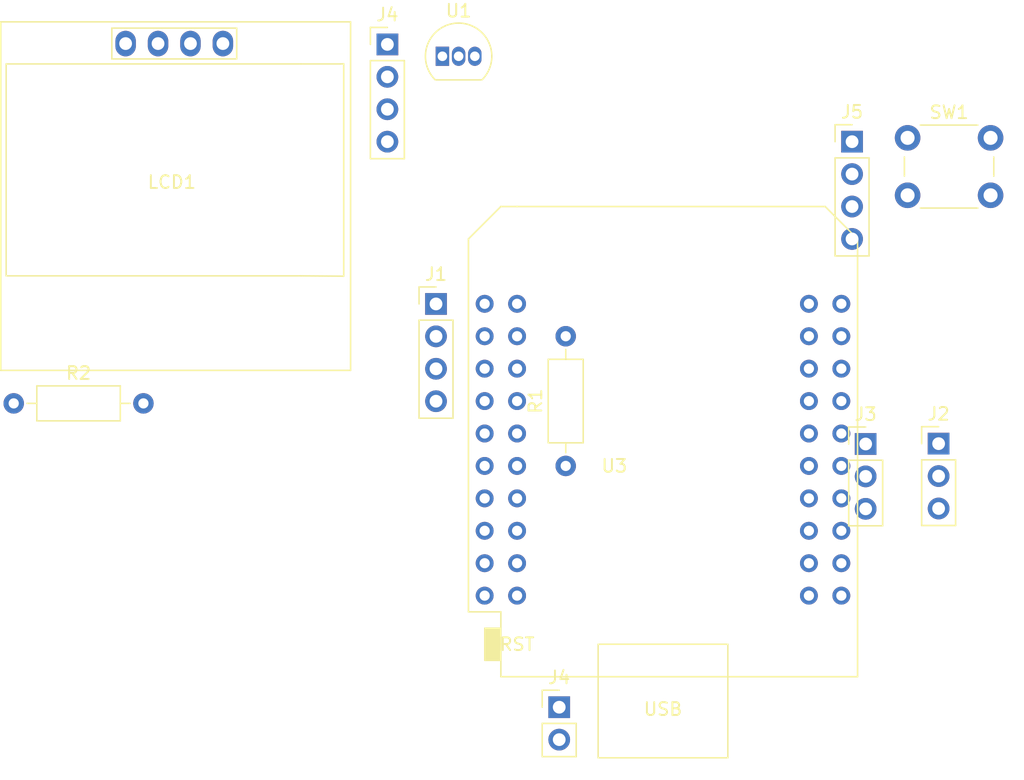
<source format=kicad_pcb>
(kicad_pcb (version 20211014) (generator pcbnew)
  (layers (0 "F.Cu" signal) (31 "B.Cu" signal) (34 "B.Paste" user) (35 "F.Paste" user) (36 "B.SilkS" user "B.Silkscreen") (37 "F.SilkS" user "F.Silkscreen") (38 "B.Mask" user) (39 "F.Mask" user) (44 "Edge.Cuts" user))
  (net 0 "")
  (net 1 "Net-(J1-Pad1)")
  (net 2 "Net-(J1-Pad2)")
  (net 3 "Net-(J1-Pad3)")
  (net 4 "Net-(J1-Pad4)")
  (net 5 "Net-(U3-Pad16)")
  (net 6 "Net-(J2-Pad1)")
  (net 7 "GND")
  (net 8 "Net-(U3-Pad22)")
  (net 9 "Net-(U3-Pad10)")
  (net 10 "Net-(U3-Pad25)")
  (net 11 "Net-(U3-Pad27)")
  (net 12 "Net-(J2-Pad2)")
  (net 34 "Net-(J4-Pad1)")
  (net 42 "Net-(J4-Pad2)")
  (net 43 "Net-(J4-Pad4)")
  (net 44 "Net-(LCD1-Pad4)")
  (net 45 "Net-(LCD1-Pad3)")
  (net 46 "Net-(R2-Pad2)")
  (net 47 "Net-(SW1-Pad1)")
  (footprint "Resistor_THT:R_Axial_DIN0207_L6.3mm_D2.5mm_P10.16mm_Horizontal" (layer "F.Cu") (at 124.46 109.22 90)
    (fp_text reference "R1" (at 5.08 -2.37 90) (layer "F.SilkS"))
    (fp_text value "1kOhm")
    (fp_line (start 8.35 -1.37) (end 1.81 -1.37) (layer "F.SilkS") (width 0.12))
    (fp_line (start 8.35 1.37) (end 8.35 -1.37) (layer "F.SilkS") (width 0.12))
    (fp_line (start 1.81 -1.37) (end 1.81 1.37) (layer "F.SilkS") (width 0.12))
    (fp_line (start 1.04 0) (end 1.81 0) (layer "F.SilkS") (width 0.12))
    (fp_line (start 1.81 1.37) (end 8.35 1.37) (layer "F.SilkS") (width 0.12))
    (fp_line (start 9.12 0) (end 8.35 0) (layer "F.SilkS") (width 0.12))
    (pad "1" thru_hole circle (at 0 0 90) (size 1.6 1.6) (drill 0.8) (layers *.Cu *.Mask) (net 6 "Net-(J2-Pad1)"))
    (pad "2" thru_hole oval (at 10.16 0 90) (size 1.6 1.6) (drill 0.8) (layers *.Cu *.Mask) (net 12 "Net-(J2-Pad2)"))
  )
  (footprint "Connector_PinHeader_2.54mm:PinHeader_1x02_P2.54mm_Vertical" (layer "F.Cu") (at 123.95 128.12)
    (fp_text reference "J4" (at 0 -2.33) (layer "F.SilkS"))
    (fp_text value "SW_DISPLAY_PAGE")
    (fp_line (start -1.33 3.87) (end 1.33 3.87) (layer "F.SilkS") (width 0.12))
    (fp_line (start -1.33 -1.33) (end 0 -1.33) (layer "F.SilkS") (width 0.12))
    (fp_line (start -1.33 1.27) (end -1.33 3.87) (layer "F.SilkS") (width 0.12))
    (fp_line (start -1.33 0) (end -1.33 -1.33) (layer "F.SilkS") (width 0.12))
    (fp_line (start -1.33 1.27) (end 1.33 1.27) (layer "F.SilkS") (width 0.12))
    (fp_line (start 1.33 1.27) (end 1.33 3.87) (layer "F.SilkS") (width 0.12))
    (pad "1" thru_hole rect (at 0 0) (size 1.7 1.7) (drill 1) (layers *.Cu *.Mask) (net 8 "Net-(U3-Pad22)"))
    (pad "2" thru_hole oval (at 0 2.54) (size 1.7 1.7) (drill 1) (layers *.Cu *.Mask) (net 9 "Net-(U3-Pad10)"))
  )
  (footprint "Button_Switch_THT:SW_PUSH_6mm_H4.3mm" (layer "F.Cu") (at 151.24 83.52)
    (fp_text reference "SW1" (at 3.25 -2) (layer "F.SilkS"))
    (fp_text value "SW_WIFI_CONF")
    (fp_line (start 1 5.5) (end 5.5 5.5) (layer "F.SilkS") (width 0.12))
    (fp_line (start -0.25 1.5) (end -0.25 3) (layer "F.SilkS") (width 0.12))
    (fp_line (start 5.5 -1) (end 1 -1) (layer "F.SilkS") (width 0.12))
    (fp_line (start 6.75 3) (end 6.75 1.5) (layer "F.SilkS") (width 0.12))
    (pad "1" thru_hole circle (at 6.5 0 90) (size 2 2) (drill 1.1) (layers *.Cu *.Mask) (net 47 "Net-(SW1-Pad1)"))
    (pad "1" thru_hole circle (at 0 0 90) (size 2 2) (drill 1.1) (layers *.Cu *.Mask) (net 47 "Net-(SW1-Pad1)"))
    (pad "2" thru_hole circle (at 6.5 4.5 90) (size 2 2) (drill 1.1) (layers *.Cu *.Mask) (net 34 "Net-(J4-Pad1)"))
    (pad "2" thru_hole circle (at 0 4.5 90) (size 2 2) (drill 1.1) (layers *.Cu *.Mask) (net 34 "Net-(J4-Pad1)"))
  )
  (footprint "Connector_PinHeader_2.54mm:PinHeader_1x03_P2.54mm_Vertical" (layer "F.Cu") (at 147.955 107.5)
    (fp_text reference "J3" (at 0 -2.33) (layer "F.SilkS"))
    (fp_text value "DS18B20")
    (fp_line (start -1.33 1.27) (end -1.33 6.41) (layer "F.SilkS") (width 0.12))
    (fp_line (start -1.33 -1.33) (end 0 -1.33) (layer "F.SilkS") (width 0.12))
    (fp_line (start -1.33 1.27) (end 1.33 1.27) (layer "F.SilkS") (width 0.12))
    (fp_line (start -1.33 6.41) (end 1.33 6.41) (layer "F.SilkS") (width 0.12))
    (fp_line (start -1.33 0) (end -1.33 -1.33) (layer "F.SilkS") (width 0.12))
    (fp_line (start 1.33 1.27) (end 1.33 6.41) (layer "F.SilkS") (width 0.12))
    (pad "1" thru_hole rect (at 0 0) (size 1.7 1.7) (drill 1) (layers *.Cu *.Mask) (net 6 "Net-(J2-Pad1)"))
    (pad "2" thru_hole oval (at 0 2.54) (size 1.7 1.7) (drill 1) (layers *.Cu *.Mask) (net 12 "Net-(J2-Pad2)"))
    (pad "3" thru_hole oval (at 0 5.08) (size 1.7 1.7) (drill 1) (layers *.Cu *.Mask) (net 7 "GND"))
  )
  (footprint "Package_TO_SOT_THT:TO-92_Inline" (layer "F.Cu") (at 114.8 77.13)
    (fp_text reference "U1" (at 1.27 -3.56) (layer "F.SilkS"))
    (fp_text value "DS18B20")
    (fp_line (start -0.53 1.85) (end 3.07 1.85) (layer "F.SilkS") (width 0.12))
    (fp_arc (start 1.27 -2.6) (mid 3.672087 -0.994977) (end 3.108478 1.838478) (layer "F.SilkS") (width 0.12))
    (fp_arc (start -0.568478 1.838478) (mid -1.132087 -0.994977) (end 1.27 -2.6) (layer "F.SilkS") (width 0.12))
    (pad "1" thru_hole rect (at 0 0) (size 1.05 1.5) (drill 0.75) (layers *.Cu *.Mask) (net 7 "GND"))
    (pad "2" thru_hole oval (at 1.27 0) (size 1.05 1.5) (drill 0.75) (layers *.Cu *.Mask) (net 12 "Net-(J2-Pad2)"))
    (pad "3" thru_hole oval (at 2.54 0) (size 1.05 1.5) (drill 0.75) (layers *.Cu *.Mask) (net 6 "Net-(J2-Pad1)"))
  )
  (footprint "ESP32_mini:ESP32_mini" (layer "F.Cu") (at 132.08 107.95)
    (fp_text reference "U3" (at -3.81 1.27) (layer "F.SilkS"))
    (fp_text value "mini_esp32")
    (fp_text user "RST" (at -11.43 15.24) (layer "F.SilkS"))
    (fp_text user "USB" (at 0 20.32) (layer "F.SilkS"))
    (fp_line (start 5.08 15.24) (end 5.08 17.78) (layer "F.SilkS") (width 0.12))
    (fp_line (start 5.08 24.13) (end 5.08 17.78) (layer "F.SilkS") (width 0.12))
    (fp_line (start -5.08 24.13) (end 5.08 24.13) (layer "F.SilkS") (width 0.12))
    (fp_line (start -5.08 15.24) (end 5.08 15.24) (layer "F.SilkS") (width 0.12))
    (fp_line (start -12.7 17.78) (end 15.24 17.78) (layer "F.SilkS") (width 0.12))
    (fp_line (start -12.7 -19.05) (end -11.43 -19.05) (layer "F.SilkS") (width 0.12))
    (fp_line (start -5.08 17.78) (end -5.08 24.13) (layer "F.SilkS") (width 0.12))
    (fp_line (start -15.24 -16.51) (end -15.24 12.7) (layer "F.SilkS") (width 0.12))
    (fp_line (start -12.7 12.7) (end -12.7 17.78) (layer "F.SilkS") (width 0.12))
    (fp_line (start 15.24 -16.51) (end 15.24 17.78) (layer "F.SilkS") (width 0.12))
    (fp_line (start -12.7 -19.05) (end -15.24 -16.51) (layer "F.SilkS") (width 0.12))
    (fp_line (start 12.7 -19.05) (end -11.43 -19.05) (layer "F.SilkS") (width 0.12))
    (fp_line (start 12.7 -19.05) (end 15.24 -16.51) (layer "F.SilkS") (width 0.12))
    (fp_line (start -5.08 17.78) (end -5.08 15.24) (layer "F.SilkS") (width 0.12))
    (fp_line (start -15.24 12.7) (end -12.7 12.7) (layer "F.SilkS") (width 0.12))
    (fp_poly (pts (xy -13.97 16.51) (xy -13.97 13.97) (xy -12.7 13.97) (xy -12.7 16.51)) (layer "F.SilkS") (width 0.1) (fill solid))
    (pad "1" thru_hole circle locked (at -13.97 -11.43 270) (size 1.4 1.4) (drill 0.8) (layers *.Cu *.Mask))
    (pad "2" thru_hole circle locked (at -11.43 -11.43 270) (size 1.4 1.4) (drill 0.8) (layers *.Cu *.Mask))
    (pad "3" thru_hole circle locked (at -13.97 -8.89 270) (size 1.4 1.4) (drill 0.8) (layers *.Cu *.Mask))
    (pad "4" thru_hole circle locked (at -11.43 -8.89 270) (size 1.4 1.4) (drill 0.8) (layers *.Cu *.Mask))
    (pad "5" thru_hole circle locked (at -13.97 -6.35 270) (size 1.4 1.4) (drill 0.8) (layers *.Cu *.Mask))
    (pad "6" thru_hole circle locked (at -11.43 -6.35 270) (size 1.4 1.4) (drill 0.8) (layers *.Cu *.Mask))
    (pad "7" thru_hole circle locked (at -13.97 -3.81 270) (size 1.4 1.4) (drill 0.8) (layers *.Cu *.Mask))
    (pad "8" thru_hole circle locked (at -11.43 -3.81 270) (size 1.4 1.4) (drill 0.8) (layers *.Cu *.Mask) (net 42 "Net-(J4-Pad2)"))
    (pad "9" thru_hole circle locked (at -13.97 -1.27 270) (size 1.4 1.4) (drill 0.8) (layers *.Cu *.Mask))
    (pad "10" thru_hole circle locked (at -11.43 -1.27 270) (size 1.4 1.4) (drill 0.8) (layers *.Cu *.Mask) (net 46 "Net-(R2-Pad2)"))
    (pad "11" thru_hole circle locked (at -13.97 1.27 270) (size 1.4 1.4) (drill 0.8) (layers *.Cu *.Mask))
    (pad "12" thru_hole circle locked (at -11.43 1.27 270) (size 1.4 1.4) (drill 0.8) (layers *.Cu *.Mask) (net 47 "Net-(SW1-Pad1)"))
    (pad "13" thru_hole circle locked (at -13.97 3.81 270) (size 1.4 1.4) (drill 0.8) (layers *.Cu *.Mask))
    (pad "14" thru_hole circle locked (at -11.43 3.81 270) (size 1.4 1.4) (drill 0.8) (layers *.Cu *.Mask) (net 12 "Net-(J2-Pad2)"))
    (pad "15" thru_hole circle locked (at -13.97 6.35 270) (size 1.4 1.4) (drill 0.8) (layers *.Cu *.Mask))
    (pad "16" thru_hole circle locked (at -11.43 6.35 270) (size 1.4 1.4) (drill 0.8) (layers *.Cu *.Mask) (net 6 "Net-(J2-Pad1)"))
    (pad "17" thru_hole circle locked (at -13.97 8.89 270) (size 1.4 1.4) (drill 0.8) (layers *.Cu *.Mask))
    (pad "18" thru_hole circle locked (at -11.43 8.89 270) (size 1.4 1.4) (drill 0.8) (layers *.Cu *.Mask))
    (pad "19" thru_hole circle locked (at -13.97 11.43 270) (size 1.4 1.4) (drill 0.8) (layers *.Cu *.Mask))
    (pad "20" thru_hole circle locked (at -11.43 11.43 270) (size 1.4 1.4) (drill 0.8) (layers *.Cu *.Mask))
    (pad "21" thru_hole circle locked (at 11.43 -11.43 270) (size 1.4 1.4) (drill 0.8) (layers *.Cu *.Mask))
    (pad "22" thru_hole circle locked (at 13.97 -11.43 270) (size 1.4 1.4) (drill 0.8) (layers *.Cu *.Mask) (net 34 "Net-(J4-Pad1)"))
    (pad "23" thru_hole circle locked (at 11.43 -8.89 270) (size 1.4 1.4) (drill 0.8) (layers *.Cu *.Mask))
    (pad "24" thru_hole circle locked (at 13.97 -8.89 270) (size 1.4 1.4) (drill 0.8) (layers *.Cu *.Mask))
    (pad "25" thru_hole circle locked (at 11.43 -6.35 270) (size 1.4 1.4) (drill 0.8) (layers *.Cu *.Mask) (net 45 "Net-(LCD1-Pad3)"))
    (pad "26" thru_hole circle locked (at 13.97 -6.35 270) (size 1.4 1.4) (drill 0.8) (layers *.Cu *.Mask))
    (pad "27" thru_hole circle locked (at 11.43 -3.81 270) (size 1.4 1.4) (drill 0.8) (layers *.Cu *.Mask) (net 44 "Net-(LCD1-Pad4)"))
    (pad "28" thru_hole circle locked (at 13.97 -3.81 270) (size 1.4 1.4) (drill 0.8) (layers *.Cu *.Mask))
    (pad "29" thru_hole circle locked (at 11.43 -1.27 270) (size 1.4 1.4) (drill 0.8) (layers *.Cu *.Mask) (net 3 "Net-(J1-Pad3)"))
    (pad "30" thru_hole circle locked (at 13.97 -1.27 270) (size 1.4 1.4) (drill 0.8) (layers *.Cu *.Mask))
    (pad "31" thru_hole circle locked (at 11.43 1.27 270) (size 1.4 1.4) (drill 0.8) (layers *.Cu *.Mask) (net 2 "Net-(J1-Pad2)"))
    (pad "32" thru_hole circle locked (at 13.97 1.27 270) (size 1.4 1.4) (drill 0.8) (layers *.Cu *.Mask))
    (pad "33" thru_hole circle locked (at 11.43 3.81 270) (size 1.4 1.4) (drill 0.8) (layers *.Cu *.Mask) (net 4 "Net-(J1-Pad4)"))
    (pad "34" thru_hole circle locked (at 13.97 3.81 270) (size 1.4 1.4) (drill 0.8) (layers *.Cu *.Mask))
    (pad "35" thru_hole circle locked (at 11.43 6.35 270) (size 1.4 1.4) (drill 0.8) (layers *.Cu *.Mask) (net 1 "Net-(J1-Pad1)"))
    (pad "36" thru_hole circle locked (at 13.97 6.35 270) (size 1.4 1.4) (drill 0.8) (layers *.Cu *.Mask))
    (pad "37" thru_hole circle locked (at 11.43 8.89 270) (size 1.4 1.4) (drill 0.8) (layers *.Cu *.Mask))
    (pad "38" thru_hole circle locked (at 13.97 8.89 270) (size 1.4 1.4) (drill 0.8) (layers *.Cu *.Mask))
    (pad "39" thru_hole circle locked (at 11.43 11.43 270) (size 1.4 1.4) (drill 0.8) (layers *.Cu *.Mask))
    (pad "40" thru_hole circle locked (at 13.97 11.43 270) (size 1.4 1.4) (drill 0.8) (layers *.Cu *.Mask))
  )
  (footprint "Resistor_THT:R_Axial_DIN0207_L6.3mm_D2.5mm_P10.16mm_Horizontal" (layer "F.Cu") (at 81.22 104.32)
    (fp_text reference "R2" (at 5.08 -2.37) (layer "F.SilkS"))
    (fp_text value "1kOhm")
    (fp_line (start 9.12 0) (end 8.35 0) (layer "F.SilkS") (width 0.12))
    (fp_line (start 1.81 1.37) (end 8.35 1.37) (layer "F.SilkS") (width 0.12))
    (fp_line (start 8.35 1.37) (end 8.35 -1.37) (layer "F.SilkS") (width 0.12))
    (fp_line (start 8.35 -1.37) (end 1.81 -1.37) (layer "F.SilkS") (width 0.12))
    (fp_line (start 1.81 -1.37) (end 1.81 1.37) (layer "F.SilkS") (width 0.12))
    (fp_line (start 1.04 0) (end 1.81 0) (layer "F.SilkS") (width 0.12))
    (pad "1" thru_hole circle (at 0 0) (size 1.6 1.6) (drill 0.8) (layers *.Cu *.Mask) (net 43 "Net-(J4-Pad4)"))
    (pad "2" thru_hole oval (at 10.16 0) (size 1.6 1.6) (drill 0.8) (layers *.Cu *.Mask) (net 46 "Net-(R2-Pad2)"))
  )
  (footprint "SSD1306:128x64OLED" (layer "F.Cu") (at 93.605 86.735)
    (fp_text reference "LCD1" (at 0 0.254) (layer "F.SilkS"))
    (fp_text value "SSD1306")
    (fp_line (start 14 -12.3) (end 14 15) (layer "F.SilkS") (width 0.12))
    (fp_line (start -4.699 -11.811) (end -4.699 -9.398) (layer "F.SilkS") (width 0.12))
    (fp_line (start -12.978 7.595) (end -12.978 -9.005) (layer "F.SilkS") (width 0.12))
    (fp_line (start 14 15) (end -13.4 15) (layer "F.SilkS") (width 0.12))
    (fp_line (start 5.08 -11.811) (end 5.08 -9.398) (layer "F.SilkS") (width 0.12))
    (fp_line (start -12.978 -9.005) (end 10.122 -9.005) (layer "F.SilkS") (width 0.12))
    (fp_line (start -13.4 -12.3) (end 14 -12.3) (layer "F.SilkS") (width 0.12))
    (fp_line (start 13.462 -9.017) (end 13.208 -9.005) (layer "F.SilkS") (width 0.12))
    (fp_line (start -13.4 15) (end -13.4 -12.3) (layer "F.SilkS") (width 0.12))
    (fp_line (start 13.462 7.62) (end 13.462 -9.017) (layer "F.SilkS") (width 0.12))
    (fp_line (start 10.122 7.595) (end -12.978 7.595) (layer "F.SilkS") (width 0.12))
    (fp_line (start 10.122 -9.005) (end 13.208 -9.005) (layer "F.SilkS") (width 0.12))
    (fp_line (start 5.08 -9.398) (end -4.699 -9.398) (layer "F.SilkS") (width 0.12))
    (fp_line (start -4.699 -11.811) (end 5.08 -11.811) (layer "F.SilkS") (width 0.12))
    (fp_line (start 10.122 7.595) (end 13.462 7.62) (layer "F.SilkS") (width 0.12))
    (pad "1" thru_hole oval locked (at -3.62 -10.6 90) (size 2 1.6) (drill 1) (layers *.Cu *.Mask) (net 34 "Net-(J4-Pad1)"))
    (pad "2" thru_hole oval locked (at -1.08 -10.6 90) (size 2 1.6) (drill 1) (layers *.Cu *.Mask) (net 6 "Net-(J2-Pad1)"))
    (pad "3" thru_hole oval locked (at 1.46 -10.6 90) (size 2 1.6) (drill 1) (layers *.Cu *.Mask) (net 45 "Net-(LCD1-Pad3)"))
    (pad "4" thru_hole oval locked (at 4 -10.6 90) (size 2 1.6) (drill 1) (layers *.Cu *.Mask) (net 44 "Net-(LCD1-Pad4)"))
  )
  (footprint "Connector_PinHeader_2.54mm:PinHeader_1x04_P2.54mm_Vertical" (layer "F.Cu") (at 146.89 83.82)
    (fp_text reference "J5" (at 0 -2.33) (layer "F.SilkS"))
    (fp_text value "DISPLAY I2C")
    (fp_line (start -1.33 8.95) (end 1.33 8.95) (layer "F.SilkS") (width 0.12))
    (fp_line (start -1.33 0) (end -1.33 -1.33) (layer "F.SilkS") (width 0.12))
    (fp_line (start -1.33 1.27) (end -1.33 8.95) (layer "F.SilkS") (width 0.12))
    (fp_line (start -1.33 1.27) (end 1.33 1.27) (layer "F.SilkS") (width 0.12))
    (fp_line (start -1.33 -1.33) (end 0 -1.33) (layer "F.SilkS") (width 0.12))
    (fp_line (start 1.33 1.27) (end 1.33 8.95) (layer "F.SilkS") (width 0.12))
    (pad "1" thru_hole rect (at 0 0) (size 1.7 1.7) (drill 1) (layers *.Cu *.Mask) (net 8 "Net-(U3-Pad22)"))
    (pad "2" thru_hole oval (at 0 2.54) (size 1.7 1.7) (drill 1) (layers *.Cu *.Mask) (net 5 "Net-(U3-Pad16)"))
    (pad "3" thru_hole oval (at 0 5.08) (size 1.7 1.7) (drill 1) (layers *.Cu *.Mask) (net 10 "Net-(U3-Pad25)"))
    (pad "4" thru_hole oval (at 0 7.62) (size 1.7 1.7) (drill 1) (layers *.Cu *.Mask) (net 11 "Net-(U3-Pad27)"))
  )
  (footprint "Connector_PinHeader_2.54mm:PinHeader_1x04_P2.54mm_Vertical" (layer "F.Cu") (at 114.3 96.53)
    (fp_text reference "J1" (at 0 -2.33) (layer "F.SilkS"))
    (fp_text value "Dual Relay")
    (fp_line (start -1.33 1.27) (end -1.33 8.95) (layer "F.SilkS") (width 0.12))
    (fp_line (start -1.33 8.95) (end 1.33 8.95) (layer "F.SilkS") (width 0.12))
    (fp_line (start 1.33 1.27) (end 1.33 8.95) (layer "F.SilkS") (width 0.12))
    (fp_line (start -1.33 0) (end -1.33 -1.33) (layer "F.SilkS") (width 0.12))
    (fp_line (start -1.33 1.27) (end 1.33 1.27) (layer "F.SilkS") (width 0.12))
    (fp_line (start -1.33 -1.33) (end 0 -1.33) (layer "F.SilkS") (width 0.12))
    (pad "1" thru_hole rect (at 0 0) (size 1.7 1.7) (drill 1) (layers *.Cu *.Mask) (net 1 "Net-(J1-Pad1)"))
    (pad "2" thru_hole oval (at 0 2.54) (size 1.7 1.7) (drill 1) (layers *.Cu *.Mask) (net 2 "Net-(J1-Pad2)"))
    (pad "3" thru_hole oval (at 0 5.08) (size 1.7 1.7) (drill 1) (layers *.Cu *.Mask) (net 3 "Net-(J1-Pad3)"))
    (pad "4" thru_hole oval (at 0 7.62) (size 1.7 1.7) (drill 1) (layers *.Cu *.Mask) (net 4 "Net-(J1-Pad4)"))
  )
  (footprint "Connector_PinHeader_2.54mm:PinHeader_1x03_P2.54mm_Vertical" (layer "F.Cu") (at 153.67 107.475)
    (fp_text reference "J2" (at 0 -2.33) (layer "F.SilkS"))
    (fp_text value "DS18B20")
    (fp_line (start -1.33 0) (end -1.33 -1.33) (layer "F.SilkS") (width 0.12))
    (fp_line (start -1.33 -1.33) (end 0 -1.33) (layer "F.SilkS") (width 0.12))
    (fp_line (start -1.33 6.41) (end 1.33 6.41) (layer "F.SilkS") (width 0.12))
    (fp_line (start -1.33 1.27) (end 1.33 1.27) (layer "F.SilkS") (width 0.12))
    (fp_line (start -1.33 1.27) (end -1.33 6.41) (layer "F.SilkS") (width 0.12))
    (fp_line (start 1.33 1.27) (end 1.33 6.41) (layer "F.SilkS") (width 0.12))
    (pad "1" thru_hole rect (at 0 0) (size 1.7 1.7) (drill 1) (layers *.Cu *.Mask) (net 6 "Net-(J2-Pad1)"))
    (pad "2" thru_hole oval (at 0 2.54) (size 1.7 1.7) (drill 1) (layers *.Cu *.Mask) (net 12 "Net-(J2-Pad2)"))
    (pad "3" thru_hole oval (at 0 5.08) (size 1.7 1.7) (drill 1) (layers *.Cu *.Mask) (net 7 "GND"))
  )
  (footprint "Connector_PinHeader_2.54mm:PinHeader_1x04_P2.54mm_Vertical" (layer "F.Cu") (at 110.49 76.2)
    (fp_text reference "J4" (at 0 -2.33) (layer "F.SilkS"))
    (fp_text value "BUTTON_LED")
    (fp_line (start -1.33 1.27) (end -1.33 8.95) (layer "F.SilkS") (width 0.12))
    (fp_line (start 1.33 1.27) (end 1.33 8.95) (layer "F.SilkS") (width 0.12))
    (fp_line (start -1.33 0) (end -1.33 -1.33) (layer "F.SilkS") (width 0.12))
    (fp_line (start -1.33 -1.33) (end 0 -1.33) (layer "F.SilkS") (width 0.12))
    (fp_line (start -1.33 8.95) (end 1.33 8.95) (layer "F.SilkS") (width 0.12))
    (fp_line (start -1.33 1.27) (end 1.33 1.27) (layer "F.SilkS") (width 0.12))
    (pad "1" thru_hole rect (at 0 0) (size 1.7 1.7) (drill 1) (layers *.Cu *.Mask) (net 34 "Net-(J4-Pad1)"))
    (pad "2" thru_hole oval (at 0 2.54) (size 1.7 1.7) (drill 1) (layers *.Cu *.Mask) (net 42 "Net-(J4-Pad2)"))
    (pad "3" thru_hole oval (at 0 5.08) (size 1.7 1.7) (drill 1) (layers *.Cu *.Mask) (net 34 "Net-(J4-Pad1)"))
    (pad "4" thru_hole oval (at 0 7.62) (size 1.7 1.7) (drill 1) (layers *.Cu *.Mask) (net 43 "Net-(J4-Pad4)"))
  )
)
</source>
